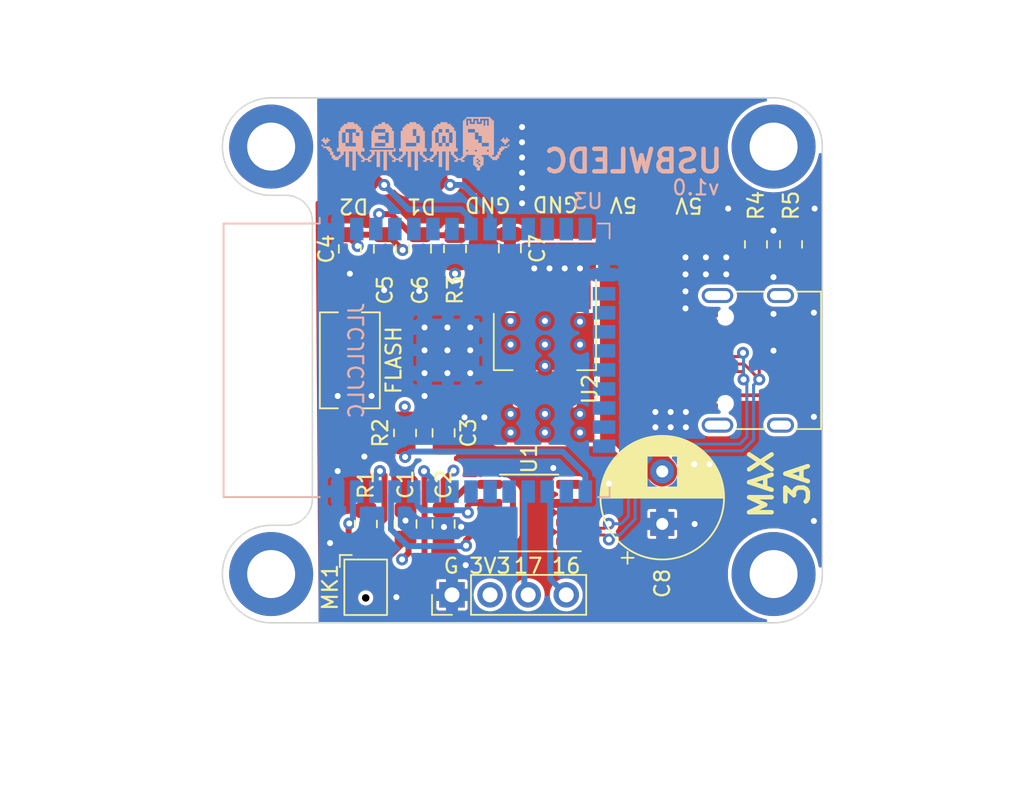
<source format=kicad_pcb>
(kicad_pcb (version 20221018) (generator pcbnew)
  (layers (0 "F.Cu" signal) (1 "In1.Cu" signal) (2 "In2.Cu" signal) (31 "B.Cu" signal) (34 "B.Paste" user) (35 "F.Paste" user) (36 "B.SilkS" user "B.Silkscreen") (37 "F.SilkS" user "F.Silkscreen") (38 "B.Mask" user) (39 "F.Mask" user) (44 "Edge.Cuts" user))
  (net 0 "")
  (net 1 "+5V")
  (net 2 "GND")
  (net 3 "RELAY")
  (net 4 "RX")
  (net 5 "TX")
  (net 6 "FLASH")
  (net 7 "STRIP_DATA_2")
  (net 8 "STRIP_DATA_1")
  (net 9 "I2S_WS")
  (net 10 "I2S_SCK")
  (net 11 "I2S_SD")
  (net 12 "IO16")
  (net 13 "IO17")
  (net 14 "+3V3")
  (net 15 "Net-(J10-CC1)")
  (net 16 "D+")
  (net 17 "D-")
  (net 19 "Net-(J10-CC2)")
  (net 22 "Net-(U3-EN)")
  (footprint "Resistor_SMD:R_0805_2012Metric" (layer "F.Cu") (at 35.5092 30.0736 90)
    (fp_text reference "R3")
    (fp_text value "10k")
  )
  (footprint "MountingHole:MountingHole_3.2mm_M3_DIN965_Pad_TopBottom" (layer "F.Cu") (at 23.25 51.75)
    (fp_text reference "H4" hide)
    (fp_text value "MountingHole")
  )
  (footprint "Capacitor_SMD:C_0805_2012Metric" (layer "F.Cu") (at 32.2072 48.4124 90)
    (fp_text reference "C1")
    (fp_text value "100nF")
  )
  (footprint "Capacitor_SMD:C_0805_2012Metric" (layer "F.Cu") (at 34.7472 48.4124 90)
    (fp_text reference "C2")
    (fp_text value "100nF")
  )
  (footprint "Sensor_Audio:InvenSense_ICS-43434-6_3.5x2.65mm" (layer "F.Cu") (at 29.554 52.63)
    (fp_text reference "MK1")
    (fp_text value "ICS-43434")
  )
  (footprint "Capacitor_SMD:C_0805_2012Metric" (layer "F.Cu") (at 30.8356 30.0736 -90)
    (fp_text reference "C5")
    (fp_text value "10uF")
  )
  (footprint "Connector_USB:USB_C_Receptacle_G-Switch_GT-USB-7010ASV" (layer "F.Cu") (at 56.134 37.5 90)
    (fp_text reference "J10" hide)
    (fp_text value "USB_C_Receptacle_USB2.0")
  )
  (footprint "Capacitor_SMD:C_0805_2012Metric" (layer "F.Cu") (at 34.7472 42.3399 -90)
    (fp_text reference "C3")
    (fp_text value "22uF")
  )
  (footprint "MountingHole:MountingHole_3.2mm_M3_DIN965_Pad_TopBottom" (layer "F.Cu") (at 56.75 23.25)
    (fp_text reference "H2" hide)
    (fp_text value "MountingHole")
  )
  (footprint "ProjectLibrary:SolderWirePad_1x01_SMD_3x6mm" (layer "F.Cu") (at 51.1652 23.368)
    (fp_text reference "J1" hide)
    (fp_text value "5V PAD")
  )
  (footprint "Capacitor_SMD:C_0805_2012Metric" (layer "F.Cu") (at 33.1724 30.0736 -90)
    (fp_text reference "C6")
    (fp_text value "1uF")
  )
  (footprint "ProjectLibrary:SolderWirePad_1x01_SMD_3x6mm" (layer "F.Cu") (at 28.7652 23.368)
    (fp_text reference "J5" hide)
    (fp_text value "D2 PAD")
  )
  (footprint "ProjectLibrary:SolderWirePad_1x01_SMD_3x6mm" (layer "F.Cu") (at 37.7252 23.368)
    (fp_text reference "J6" hide)
    (fp_text value "GND PAD")
  )
  (footprint "Connector_PinHeader_2.54mm:PinHeader_1x04_P2.54mm_Vertical" (layer "F.Cu") (at 35.306 53.1368 90)
    (fp_text reference "J7" hide)
    (fp_text value "Conn_01x04_Pin")
  )
  (footprint "Package_SO:SOP-8_3.9x4.9mm_P1.27mm" (layer "F.Cu") (at 40.4534 47.6758 180)
    (fp_text reference "U1")
    (fp_text value "CH340N")
  )
  (footprint "Resistor_SMD:R_0805_2012Metric" (layer "F.Cu") (at 55.5752 29.7688 90)
    (fp_text reference "R4")
    (fp_text value "5.1k")
  )
  (footprint "Resistor_SMD:R_0805_2012Metric" (layer "F.Cu") (at 32.1772 42.3399 -90)
    (fp_text reference "R2")
    (fp_text value "10k")
  )
  (footprint "Capacitor_SMD:C_0805_2012Metric" (layer "F.Cu") (at 39.1668 30.0482 90)
    (fp_text reference "C7")
    (fp_text value "22uF")
  )
  (footprint "Package_TO_SOT_SMD:SOT-223-3_TabPin2" (layer "F.Cu") (at 41.5036 36.2458 -90)
    (fp_text reference "U2")
    (fp_text value "AMS1117-3.3")
  )
  (footprint "MountingHole:MountingHole_3.2mm_M3_DIN965_Pad_TopBottom" (layer "F.Cu") (at 23.25 23.25)
    (fp_text reference "H1" hide)
    (fp_text value "MountingHole")
  )
  (footprint "ProjectLibrary:SolderWirePad_1x01_SMD_3x6mm" (layer "F.Cu") (at 33.2452 23.368)
    (fp_text reference "J2" hide)
    (fp_text value "D1 PAD")
  )
  (footprint "MountingHole:MountingHole_3.2mm_M3_DIN965_Pad_TopBottom" (layer "F.Cu") (at 56.75 51.75)
    (fp_text reference "H3" hide)
    (fp_text value "MountingHole")
  )
  (footprint "Capacitor_THT:CP_Radial_D8.0mm_P3.50mm" (layer "F.Cu") (at 49.3268 48.4072 90)
    (fp_text reference "C8")
    (fp_text value "330uF")
  )
  (footprint "Resistor_SMD:R_0805_2012Metric" (layer "F.Cu") (at 57.912 29.7688 90)
    (fp_text reference "R5")
    (fp_text value "5.1k")
  )
  (footprint "Button_Switch_SMD:SW_Tactile_SPST_NO_Straight_CK_PTS636Sx25SMTRLFS" (layer "F.Cu") (at 28.4988 37.5 -90)
    (fp_text reference "SW1" hide)
    (fp_text value "FLASH_SW")
  )
  (footprint "Resistor_SMD:R_0805_2012Metric" (layer "F.Cu") (at 29.5656 48.4124 -90)
    (fp_text reference "R1")
    (fp_text value "100k")
  )
  (footprint "ProjectLibrary:SolderWirePad_1x01_SMD_3x6mm" (layer "F.Cu") (at 46.6852 23.368)
    (fp_text reference "J4" hide)
    (fp_text value "5V PAD")
  )
  (footprint "Capacitor_SMD:C_0805_2012Metric" (layer "F.Cu") (at 28.4988 30.0736 90)
    (fp_text reference "C4")
    (fp_text value "100nF")
  )
  (footprint "ProjectLibrary:SolderWirePad_1x01_SMD_3x6mm" (layer "F.Cu") (at 42.2052 23.368)
    (fp_text reference "J3" hide)
    (fp_text value "GND PAD")
  )
  (footprint "RF_Module:ESP32-WROOM-32" (layer "B.Cu") (at 35.936 37.5 -90)
    (fp_text reference "U3")
    (fp_text value "ESP32-WROOM-32")
  )
  (footprint "LOGO" (layer "B.Cu") (at 32.8676 23.0632 180)
    (fp_text reference "G***" hide)
    (fp_text value "LOGO" hide)
  )
  (gr_arc (start 56.75 20) (mid 59.048097 20.951903) (end 60 23.25) (stroke (width 0.1)) (layer "Edge.Cuts"))
  (gr_line (start 60 51.75) (end 60 23.25) (stroke (width 0.1)) (layer "Edge.Cuts"))
  (gr_line (start 56.75 20) (end 23.25 20) (stroke (width 0.1)) (layer "Edge.Cuts"))
  (gr_line (start 23.25 55) (end 56.75 55) (stroke (width 0.1)) (layer "Edge.Cuts"))
  (gr_arc (start 23.25 55) (mid 20 51.75) (end 23.25 48.5) (stroke (width 0.1)) (layer "Edge.Cuts"))
  (gr_arc (start 23.25 26.5) (mid 20 23.25) (end 23.25 20) (stroke (width 0.1)) (layer "Edge.Cuts"))
  (gr_line (start 26 28.25) (end 26 46.75) (stroke (width 0.1)) (layer "Edge.Cuts"))
  (gr_line (start 23.25 48.5) (end 24.25 48.5) (stroke (width 0.1)) (layer "Edge.Cuts"))
  (gr_line (start 24.25 26.5) (end 23.25 26.5) (stroke (width 0.1)) (layer "Edge.Cuts"))
  (gr_arc (start 26 46.75) (mid 25.487437 47.987437) (end 24.25 48.5) (stroke (width 0.1)) (layer "Edge.Cuts"))
  (gr_arc (start 24.25 26.5) (mid 25.487437 27.012563) (end 26 28.25) (stroke (width 0.1)) (layer "Edge.Cuts"))
  (gr_arc (start 60 51.75) (mid 59.048097 54.048097) (end 56.75 55) (stroke (width 0.1)) (layer "Edge.Cuts"))
  (gr_text "v1.0" (at 53.2384 26.5684) (layer "B.SilkS") (effects (font (size 1 1)) (justify left bottom mirror)))
  (gr_text "USBWLEDC" (at 53.4924 25.0952) (layer "B.SilkS") (effects (font (size 1.5 1.5) (thickness 0.3) bold) (justify left bottom mirror)))
  (gr_text "JLCJLCJLC" (at 29.5148 33.555356 90) (layer "B.SilkS") (effects (font (size 1 1)) (justify left bottom mirror)))
  (gr_text "MAX\n3A" (at 59.2328 45.7708 90) (layer "F.SilkS") (effects (font (size 1.5 1.5) (thickness 0.3) bold) (justify bottom)))
  (gr_text "16" (at 42.926 51.2064) (layer "F.SilkS") (effects (font (size 1 1))))
  (gr_text "17" (at 40.386 51.2064) (layer "F.SilkS") (effects (font (size 1 1))))
  (gr_text "G" (at 35.2552 51.2064) (layer "F.SilkS") (effects (font (size 1 1))))
  (gr_text "5V" (at 51.1048 27.178 180) (layer "F.SilkS") (effects (font (size 1 1))))
  (gr_text "GND" (at 42.2148 27.0764 180) (layer "F.SilkS") (effects (font (size 1 1))))
  (gr_text "3V3" (at 37.846 51.2064) (layer "F.SilkS") (effects (font (size 1 1))))
  (gr_text "D2" (at 28.7528 27.2288 180) (layer "F.SilkS") (effects (font (size 1 1))))
  (gr_text "FLASH" (at 32.004 39.849405 90) (layer "F.SilkS") (effects (font (size 1 1)) (justify left bottom)))
  (gr_text "GND" (at 37.6936 27.1272 180) (layer "F.SilkS") (effects (font (size 1 1))))
  (gr_text "5V" (at 46.736 27.1272 180) (layer "F.SilkS") (effects (font (size 1 1))))
  (gr_text "D1" (at 33.274 27.2288 180) (layer "F.SilkS") (effects (font (size 1 1))))
  (segment (start 47.752 24.9428) (end 50.1904 24.9428) (width 0.4) (layer "F.Cu") (net 1))
  (segment (start 52.409 39.9) (end 50.419 39.9) (width 0.6) (layer "F.Cu") (net 1))
  (segment (start 50.3428 27.0764) (end 50.3428 25.4) (width 0.4) (layer "F.Cu") (net 1))
  (segment (start 49.3268 44.9072) (end 46.6598 42.2402) (width 2) (layer "F.Cu") (net 1))
  (segment (start 45.7708 27.0256) (end 45.7708 25.1968) (width 0.4) (layer "F.Cu") (net 1))
  (segment (start 39.406014 30.9982) (end 40.254414 30.1498) (width 1) (layer "F.Cu") (net 1))
  (segment (start 51.9684 27.1272) (end 51.9684 25.5524) (width 0.4) (layer "F.Cu") (net 1))
  (segment (start 47.752 21.8948) (end 50.1904 21.8948) (width 0.4) (layer "F.Cu") (net 1))
  (segment (start 52.409 35.1) (end 50.8 35.1) (width 0.6) (layer "F.Cu") (net 1))
  (segment (start 46.6598 42.2402) (end 46.6598 41.7322) (width 2) (layer "F.Cu") (net 1))
  (segment (start 39.2036 33.0958) (end 39.2036 31.035) (width 1) (layer "F.Cu") (net 1))
  (segment (start 46.72 24.7236) (end 48.4632 26.4668) (width 0.4) (layer "F.Cu") (net 1))
  (segment (start 51.2 24.746) (end 49.4792 26.4668) (width 0.4) (layer "F.Cu") (net 1))
  (segment (start 47.5488 26.9748) (end 47.5488 25.1968) (width 0.4) (layer "F.Cu") (net 1))
  (segment (start 40.254414 30.1498) (end 45.4152 30.1498) (width 1) (layer "F.Cu") (net 1))
  (segment (start 43.8036 33.0958) (end 43.8036 31.4058) (width 1) (layer "F.Cu") (net 2))
  (segment (start 43.434 27.5336) (end 43.434 25.0952) (width 0.4) (layer "F.Cu") (net 2))
  (segment (start 38.862 21.4884) (end 41.3004 21.4884) (width 0.4) (layer "F.Cu") (net 2))
  (segment (start 32.2072 48.1838) (end 32.2072 47.4624) (width 0.4) (layer "F.Cu") (net 2))
  (segment (start 36.5252 27.6352) (end 36.5252 25.1968) (width 0.4) (layer "F.Cu") (net 2))
  (segment (start 38.862 24.9936) (end 39.9796 24.9936) (width 0.4) (layer "F.Cu") (net 2))
  (segment (start 39.9796 24.9936) (end 41.3004 24.9936) (width 0.4) (layer "F.Cu") (net 2))
  (segment (start 52.409 34.3) (end 50.8 34.3) (width 0.6) (layer "F.Cu") (net 2))
  (segment (start 34.7472 48.6373) (end 34.7472 49.3624) (width 0.4) (layer "F.Cu") (net 2))
  (segment (start 52.409 40.7) (end 50.486 40.7) (width 0.6) (layer "F.Cu") (net 2))
  (segment (start 34.7726 48.6119) (end 34.7472 48.6373) (width 0.4) (layer "F.Cu") (net 2))
  (via (at 43.8404 31.369) (size 0.8) (drill 0.4) (layers "F.Cu" "B.Cu") (net 2))
  (via (at 59.436 48.2092) (size 0.8) (drill 0.4) (layers "F.Cu" "B.Cu") (net 2))
  (via (at 33.4772 35.306) (size 0.8) (drill 0.4) (layers "F.Cu" "B.Cu") (net 2))
  (via (at 39.9796 27.0256) (size 0.8) (drill 0.4) (layers "F.Cu" "B.Cu") (net 2))
  (via (at 30.7848 32.8168) (size 0.8) (drill 0.4) (layers "F.Cu" "B.Cu") (net 2))
  (via (at 39.9796 24.9936) (size 0.8) (drill 0.4) (layers "F.Cu" "B.Cu") (net 2))
  (via (at 51.4604 44.4246) (size 0.8) (drill 0.4) (layers "F.Cu" "B.Cu") (net 2))
  (via (at 53.594 30.6324) (size 0.8) (drill 0.4) (layers "F.Cu" "B.Cu") (net 2))
  (via (at 39.9796 22.9616) (size 0.8) (drill 0.4) (layers "F.Cu" "B.Cu") (net 2))
  (via (at 56.7436 28.8544) (size 0.8) (drill 0.4) (layers "F.Cu" "B.Cu") (net 2))
  (via (at 27.178 49.6824) (size 0.8) (drill 0.4) (layers "F.Cu" "B.Cu") (net 2))
  (via (at 50.8762 32.901466) (size 0.8) (drill 0.4) (layers "F.Cu" "B.Cu") (net 2))
  (via (at 59.4868 27.3812) (size 0.8) (drill 0.4) (layers "F.Cu" "B.Cu") (net 2))
  (via (at 40.7924 31.369) (size 0.8) (drill 0.4) (layers "F.Cu" "B.Cu") (net 2))
  (via (at 53.594 31.766933) (size 0.8) (drill 0.4) (layers "F.Cu" "B.Cu") (net 2))
  (via (at 31.5976 53.2892) (size 0.8) (drill 0.4) (layers "F.Cu" "B.Cu") (net 2))
  (via (at 50.8762 31.766933) (size 0.8) (drill 0.4) (layers "F.Cu" "B.Cu") (net 2))
  (via (at 52.4764 44.4246) (size 0.8) (drill 0.4) (layers "F.Cu" "B.Cu") (net 2))
  (via (at 39.9796 26.0096) (size 0.8) (drill 0.4) (layers "F.Cu" "B.Cu") (net 2))
  (via (at 36.1442 41.3004) (size 0.8) (drill 0.4) (layers "F.Cu" "B.Cu") (net 2))
  (via (at 36.5252 35.306) (size 0.8) (drill 0.4) (layers "F.Cu" "B.Cu") (net 2))
  (via (at 36.2204 51.1556) (size 0.8) (drill 0.4) (layers "F.Cu" "B.Cu") (net 2))
  (via (at 50.8762 34.036) (size 0.8) (drill 0.4) (layers "F.Cu" "B.Cu") (net 2))
  (via (at 33.1216 32.8676) (size 0.8) (drill 0.4) (layers "F.Cu" "B.Cu") (net 2))
  (via (at 59.436 34.323866) (size 0.8) (drill 0.4) (layers "F.Cu" "B.Cu") (net 2))
  (via (at 42.8244 31.369) (size 0.8) (drill 0.4) (layers "F.Cu" "B.Cu") (net 2))
  (via (at 52.2351 30.6324) (size 0.8) (drill 0.4) (layers "F.Cu" "B.Cu") (net 2))
  (via (at 49.8856 41.9608) (size 0.8) (drill 0.4) (layers "F.Cu" "B.Cu") (net 2))
  (via (at 29.9466 39.878) (size 0.8) (drill 0.4) (layers "F.Cu" "B.Cu") (net 2))
  (via (at 36.5252 38.354) (size 0.8) (drill 0.4) (layers "F.Cu" "B.Cu") (net 2))
  (via (at 50.9016 41.9608) (size 0.8) (drill 0.4) (layers "F.Cu" "B.Cu") (net 2))
  (via (at 35.919169 48.599505) (size 0.8) (drill 0.4) (layers "F.Cu" "B.Cu") (net 2))
  (via (at 35.0012 36.83) (size 0.8) (drill 0.4) (layers "F.Cu" "B.Cu") (net 2))
  (via (at 45.7708 45.72) (size 0.8) (drill 0.4) (layers "F.Cu" "B.Cu") (net 2))
  (via (at 37.465 41.3004) (size 0.8) (drill 0.4) (layers "F.Cu" "B.Cu") (net 2))
  (via (at 51.4858 48.4124) (size 0.8) (drill 0.4) (layers "F.Cu" "B.Cu") (net 2))
  (via (at 29.464 43.9166) (size 0.8) (drill 0.4) (layers "F.Cu" "B.Cu") (net 2))
  (via (at 52.2351 31.766933) (size 0.8) (drill 0.4) (layers "F.Cu" "B.Cu") (net 2))
  (via (at 56.7436 34.4043) (size 0.8) (drill 0.4) (layers "F.Cu" "B.Cu") (net 2))
  (via (at 33.4772 39.878) (size 0.8) (drill 0.4) (layers "F.Cu" "B.Cu") (net 2))
  (via (at 27.686 44.8818) (size 0.8) (drill 0.4) (layers "F.Cu" "B.Cu") (net 2))
  (via (at 56.7436 31.9532) (size 0.8) (drill 0.4) (layers "F.Cu" "B.Cu") (net 2))
  (via (at 36.5252 36.83) (size 0.8) (drill 0.4) (layers "F.Cu" "B.Cu") (net 2))
  (via (at 50.9016 40.9448) (size 0.8) (drill 0.4) (layers "F.Cu" "B.Cu") (net 2))
  (via (at 35.0012 35.306) (size 0.8) (drill 0.4) (layers "F.Cu" "B.Cu") (net 2))
  (via (at 33.4772 38.354) (size 0.8) (drill 0.4) (layers "F.Cu" "B.Cu") (net 2))
  (via (at 49.8856 40.9448) (size 0.8) (drill 0.4) (layers "F.Cu" "B.Cu") (net 2))
  (via (at 28.4988 31.7246) (size 0.8) (drill 0.4) (layers "F.Cu" "B.Cu") (net 2))
  (via (at 35.0012 38.354) (size 0.8) (drill 0.4) (layers "F.Cu" "B.Cu") (net 2))
  (via (at 33.4772 36.83) (size 0.8) (drill 0.4) (layers "F.Cu" "B.Cu") (net 2))
  (via (at 48.8696 41.9608) (size 0.8) (drill 0.4) (layers "F.Cu" "B.Cu") (net 2))
  (via (at 39.9796 23.9776) (size 0.8) (drill 0.4) (layers "F.Cu" "B.Cu") (net 2))
  (via (at 41.8084 31.369) (size 0.8) (drill 0.4) (layers "F.Cu" "B.Cu") (net 2))
  (via (at 53.721 27.3812) (size 0.8) (drill 0.4) (layers "F.Cu" "B.Cu") (net 2))
  (via (at 42.0624 44.6786) (size 0.8) (drill 0.4) (layers "F.Cu" "B.Cu") (net 2))
  (via (at 27.686 39.878) (size 0.8) (drill 0.4) (layers "F.Cu" "B.Cu") (net 2))
  (via (at 39.9796 21.9456) (size 0.8) (drill 0.4) (layers "F.Cu" "B.Cu") (net 2))
  (via (at 32.2072 48.1838) (size 0.8) (drill 0.4) (layers "F.Cu" "B.Cu") (net 2))
  (via (at 59.436 41.266532) (size 0.8) (drill 0.4) (layers "F.Cu" "B.Cu") (net 2))
  (via (at 50.8762 30.6324) (size 0.8) (drill 0.4) (layers "F.Cu" "B.Cu") (net 2))
  (via (at 56.7436 36.8554) (size 0.8) (drill 0.4) (layers "F.Cu" "B.Cu") (net 2))
  (via (at 48.8696 40.9448) (size 0.8) (drill 0.4) (layers "F.Cu" "B.Cu") (net 2))
  (via (at 34.7726 48.6119) (size 0.8) (drill 0.4) (layers "F.Cu" "B.Cu") (net 2))
  (segment (start 36.5252 38.354) (end 36.3728 38.5064) (width 1) (layer "B.Cu") (net 2))
  (segment (start 36.3728 38.5064) (end 36.3728 39.5732) (width 1) (layer "B.Cu") (net 2))
  (segment (start 36.5252 38.354) (end 37.2872 38.354) (width 1) (layer "B.Cu") (net 2))
  (segment (start 32.6136 38.354) (end 33.4772 38.354) (width 1) (layer "B.Cu") (net 2))
  (segment (start 33.501 34.4662) (end 33.4772 34.4424) (width 1) (layer "B.Cu") (net 2))
  (segment (start 36.322 35.066) (end 36.322 34.3916) (width 1) (layer "B.Cu") (net 2))
  (segment (start 36.6776 35.4584) (end 37.3888 35.4584) (width 1) (layer "B.Cu") (net 2))
  (segment (start 33.4772 38.3794) (end 33.4772 39.4462) (width 1) (layer "B.Cu") (net 2))
  (segment (start 33.4772 35.306) (end 32.512 35.306) (width 1) (layer "B.Cu") (net 2))
  (segment (start 33.501 35.295) (end 33.501 34.4662) (width 1) (layer "B.Cu") (net 2))
  (segment (start 36.5506 47.0154) (end 37.8626 47.0154) (width 0.4) (layer "F.Cu") (net 4))
  (segment (start 36.365205 47.649502) (end 36.365205 47.200795) (width 0.4) (layer "F.Cu") (net 4))
  (segment (start 36.365205 47.200795) (end 36.5506 47.0154) (width 0.4) (layer "F.Cu") (net 4))
  (via (at 36.365205 47.649502) (size 0.8) (drill 0.4) (layers "F.Cu" "B.Cu") (net 4))
  (segment (start 36.365205 47.649502) (end 36.213703 47.498) (width 0.4) (layer "B.Cu") (net 4))
  (segment (start 36.213703 47.498) (end 33.3248 47.498) (width 0.4) (layer "B.Cu") (net 4))
  (segment (start 33.02 47.1932) (end 33.02 46.25) (width 0.4) (layer "B.Cu") (net 4))
  (segment (start 33.3248 47.498) (end 33.02 47.1932) (width 0.4) (layer "B.Cu") (net 4))
  (segment (start 36.244375 49.854764) (end 36.244375 49.491297) (width 0.4) (layer "F.Cu") (net 5))
  (segment (start 36.244375 49.491297) (end 37.450272 48.2854) (width 0.4) (layer "F.Cu") (net 5))
  (via (at 36.244375 49.854764) (size 0.8) (drill 0.4) (layers "F.Cu" "B.Cu") (net 5))
  (segment (start 36.244375 49.854764) (end 36.213539 49.8856) (width 0.4) (layer "B.Cu") (net 5))
  (segment (start 32.3596 49.8856) (end 31.242 48.768) (width 0.4) (layer "B.Cu") (net 5))
  (segment (start 31.242 46.504) (end 31.496 46.25) (width 0.4) (layer "B.Cu") (net 5))
  (segment (start 36.213539 49.8856) (end 32.3596 49.8856) (width 0.4) (layer "B.Cu") (net 5))
  (segment (start 31.242 48.768) (end 31.242 46.504) (width 0.4) (layer "B.Cu") (net 5))
  (segment (start 32.1818 43.942) (end 32.1818 43.257) (width 0.4) (layer "F.Cu") (net 6))
  (segment (start 30.5778 43.2524) (end 32.1772 43.2524) (width 0.4) (layer "F.Cu") (net 6))
  (segment (start 28.7004 41.375) (end 30.5778 43.2524) (width 0.4) (layer "F.Cu") (net 6))
  (via (at 32.1818 43.942) (size 0.8) (drill 0.4) (layers "F.Cu" "B.Cu") (net 6))
  (segment (start 44.196 45.1) (end 44.196 46.25) (width 0.4) (layer "B.Cu") (net 6))
  (segment (start 32.1818 43.942) (end 32.5374 43.5864) (width 0.4) (layer "B.Cu") (net 6))
  (segment (start 42.6824 43.5864) (end 44.196 45.1) (width 0.4) (layer "B.Cu") (net 6))
  (segment (start 32.5374 43.5864) (end 42.6824 43.5864) (width 0.4) (layer "B.Cu") (net 6))
  (segment (start 30.7848 25.8064) (end 28.7652 23.7868) (width 0.4) (layer "F.Cu") (net 7))
  (via (at 30.7848 25.8064) (size 0.8) (drill 0.4) (layers "F.Cu" "B.Cu") (net 7))
  (segment (start 35.9156 27.432) (end 36.576 28.0924) (width 0.4) (layer "B.Cu") (net 7))
  (segment (start 32.4104 27.432) (end 35.9156 27.432) (width 0.4) (layer "B.Cu") (net 7))
  (segment (start 30.7848 25.8064) (end 32.4104 27.432) (width 0.4) (layer "B.Cu") (net 7))
  (segment (start 36.576 28.0924) (end 36.576 28.75) (width 0.4) (layer "B.Cu") (net 7))
  (segment (start 35.179 25.8064) (end 33.2452 23.8726) (width 0.4) (layer "F.Cu") (net 8))
  (via (at 35.179 25.8064) (size 0.8) (drill 0.4) (layers "F.Cu" "B.Cu") (net 8))
  (segment (start 36.0524 25.8064) (end 37.846 27.6) (width 0.4) (layer "B.Cu") (net 8))
  (segment (start 35.179 25.8064) (end 36.0524 25.8064) (width 0.4) (layer "B.Cu") (net 8))
  (segment (start 37.846 27.6) (end 37.846 28.75) (width 0.4) (layer "B.Cu") (net 8))
  (segment (start 28.4156 51.0276) (end 28.654 51.266) (width 0.4) (layer "F.Cu") (net 9))
  (segment (start 28.4156 48.418075) (end 28.4156 51.0276) (width 0.4) (layer "F.Cu") (net 9))
  (segment (start 28.457781 48.375894) (end 28.4156 48.418075) (width 0.4) (layer "F.Cu") (net 9))
  (via (at 28.457781 48.375894) (size 0.8) (drill 0.4) (layers "F.Cu" "B.Cu") (net 9))
  (segment (start 28.956 46.25) (end 28.702 46.504) (width 0.4) (layer "B.Cu") (net 9))
  (segment (start 28.702 46.504) (end 28.702 48.131675) (width 0.4) (layer "B.Cu") (net 9))
  (segment (start 28.702 48.131675) (end 28.457781 48.375894) (width 0.4) (layer "B.Cu") (net 9))
  (segment (start 31.867282 52.088) (end 30.454 52.088) (width 0.4) (layer "F.Cu") (net 10))
  (segment (start 33.440567 44.890556) (end 33.4772 44.927189) (width 0.4) (layer "F.Cu") (net 10))
  (segment (start 33.4772 44.927189) (end 33.4772 50.478082) (width 0.4) (layer "F.Cu") (net 10))
  (segment (start 33.4772 50.478082) (end 31.867282 52.088) (width 0.4) (layer "F.Cu") (net 10))
  (via (at 33.440567 44.890556) (size 0.8) (drill 0.4) (layers "F.Cu" "B.Cu") (net 10))
  (segment (start 34.036 45.485989) (end 34.036 46.25) (width 0.4) (layer "B.Cu") (net 10))
  (segment (start 33.440567 44.890556) (end 34.036 45.485989) (width 0.4) (layer "B.Cu") (net 10))
  (segment (start 30.0482 50.4698) (end 30.0482 49.4792) (width 0.4) (layer "F.Cu") (net 11))
  (segment (start 29.554 51.266) (end 29.554 50.964) (width 0.4) (layer "F.Cu") (net 11))
  (segment (start 30.8102 45.1866) (end 30.8102 48.0822) (width 0.4) (layer "F.Cu") (net 11))
  (segment (start 30.8102 48.0822) (end 29.5675 49.3249) (width 0.4) (layer "F.Cu") (net 11))
  (segment (start 30.5054 44.8818) (end 30.8102 45.1866) (width 0.4) (layer "F.Cu") (net 11))
  (segment (start 29.554 50.964) (end 30.0482 50.4698) (width 0.4) (layer "F.Cu") (net 11))
  (via (at 30.5054 44.8818) (size 0.8) (drill 0.4) (layers "F.Cu" "B.Cu") (net 11))
  (segment (start 30.226 45.1612) (end 30.226 46.25) (width 0.4) (layer "B.Cu") (net 11))
  (segment (start 30.5054 44.8818) (end 30.226 45.1612) (width 0.4) (layer "B.Cu") (net 11))
  (segment (start 41.8592 52.07) (end 42.926 53.1368) (width 0.4) (layer "B.Cu") (net 12))
  (segment (start 41.8592 46.4532) (end 41.8592 52.07) (width 0.4) (layer "B.Cu") (net 12))
  (segment (start 40.132 46.504) (end 40.132 52.8828) (width 0.4) (layer "B.Cu") (net 13))
  (segment (start 40.386 46.25) (end 40.132 46.504) (width 0.4) (layer "B.Cu") (net 13))
  (segment (start 35.9918 39.497) (end 36.4998 39.497) (width 0.2) (layer "F.Cu") (net 14))
  (segment (start 39.37 46.2788) (end 39.37 49.0728) (width 0.4) (layer "F.Cu") (net 14))
  (segment (start 35.9918 40.513) (end 35.9918 39.497) (width 0.2) (layer "F.Cu") (net 14))
  (segment (start 32.4104 50.343506) (end 32.4104 49.5656) (width 0.4) (layer "F.Cu") (net 14))
  (segment (start 38.8366 45.7454) (end 39.37 46.2788) (width 0.4) (layer "F.Cu") (net 14))
  (segment (start 35.4838 40.513) (end 35.9918 40.513) (width 0.2) (layer "F.Cu") (net 14))
  (segment (start 35.4076 44.850498) (end 34.7472 45.510898) (width 0.4) (layer "F.Cu") (net 14))
  (segment (start 39.37 49.0728) (end 38.8874 49.5554) (width 0.4) (layer "F.Cu") (net 14))
  (segment (start 32.1772 41.4274) (end 32.1772 40.61) (width 0.4) (layer "F.Cu") (net 14))
  (segment (start 29.019464 29.875259) (end 28.4988 29.354595) (width 0.4) (layer "F.Cu") (net 14))
  (segment (start 35.5092 31.7246) (end 35.5092 30.9861) (width 0.4) (layer "F.Cu") (net 14))
  (segment (start 34.7472 45.510898) (end 34.7472 47.4624) (width 0.4) (layer "F.Cu") (net 14))
  (segment (start 36.4642 45.7454) (end 37.8626 45.7454) (width 0.4) (layer "F.Cu") (net 14))
  (segment (start 36.4998 39.497) (end 36.4998 40.513) (width 0.2) (layer "F.Cu") (net 14))
  (segment (start 35.4838 39.497) (end 35.4838 40.513) (width 0.2) (layer "F.Cu") (net 14))
  (segment (start 32.017617 30.145541) (end 30.995676 29.1236) (width 0.4) (layer "F.Cu") (net 14))
  (segment (start 37.5158 40.513) (end 38.3286 40.513) (width 0.2) (layer "F.Cu") (net 14))
  (segment (start 30.8356 29.1236) (end 28.4988 29.1236) (width 0.4) (layer "F.Cu") (net 14))
  (segment (start 37.5158 39.497) (end 37.5158 40.513) (width 0.2) (layer "F.Cu") (net 14))
  (segment (start 34.7472 39.497) (end 35.4838 39.497) (width 0.2) (layer "F.Cu") (net 14))
  (segment (start 34.7472 47.4624) (end 36.4642 45.7454) (width 0.4) (layer "F.Cu") (net 14))
  (segment (start 32.2072 49.5128) (end 30.454 51.266) (width 0.4) (layer "F.Cu") (net 14))
  (segment (start 37.8626 45.7454) (end 38.8366 45.7454) (width 0.4) (layer "F.Cu") (net 14))
  (segment (start 32.1772 40.61) (end 32.1564 40.5892) (width 0.4) (layer "F.Cu") (net 14))
  (segment (start 36.4998 40.513) (end 37.0078 40.513) (width 0.2) (layer "F.Cu") (net 14))
  (segment (start 34.7472 41.3899) (end 34.7472 39.497) (width 0.2) (layer "F.Cu") (net 14))
  (segment (start 37.0078 40.513) (end 37.0078 39.497) (width 0.2) (layer "F.Cu") (net 14))
  (segment (start 37.0078 39.497) (end 37.5158 39.497) (width 0.2) (layer "F.Cu") (net 14))
  (segment (start 31.978953 50.774953) (end 32.4104 50.343506) (width 0.4) (layer "F.Cu") (net 14))
  (segment (start 38.8874 49.5554) (end 37.8626 49.5554) (width 0.4) (layer "F.Cu") (net 14))
  (via (at 35.5092 31.7246) (size 0.8) (drill 0.4) (layers "F.Cu" "B.Cu") (net 14))
  (via (at 39.2176 42.3164) (size 0.8) (drill 0.4) (layers "F.Cu" "B.Cu") (net 14))
  (via (at 43.8404 36.449) (size 0.8) (drill 0.4) (layers "F.Cu" "B.Cu") (net 14))
  (via (at 39.2176 34.8742) (size 0.8) (drill 0.4) (layers "F.Cu" "B.Cu") (net 14))
  (via (at 29.019464 29.875259) (size 0.8) (drill 0.4) (layers "F.Cu" "B.Cu") (net 14))
  (via (at 31.978953 50.774953) (size 0.8) (drill 0.4) (layers "F.Cu" "B.Cu") (net 14))
  (via (at 43.8404 42.3164) (size 0.8) (drill 0.4) (layers "F.Cu" "B.Cu") (net 14))
  (via (at 41.5036 37.8714) (size 0.8) (drill 0.4) (layers "F.Cu" "B.Cu") (net 14))
  (via (at 39.2176 41.0718) (size 0.8) (drill 0.4) (layers "F.Cu" "B.Cu") (net 14))
  (via (at 43.8404 34.925) (size 0.8) (drill 0.4) (layers "F.Cu" "B.Cu") (net 14))
  (via (at 43.8404 41.0718) (size 0.8) (drill 0.4) (layers "F.Cu" "B.Cu") (net 14))
  (via (at 35.4076 44.850498) (size 0.8) (drill 0.4) (layers "F.Cu" "B.Cu") (net 14))
  (via (at 41.5036 34.8742) (size 0.8) (drill 0.4) (layers "F.Cu" "B.Cu") (net 14))
  (via (at 41.5036 36.449) (size 0.8) (drill 0.4) (layers "F.Cu" "B.Cu") (net 14))
  (via (at 32.1564 40.5892) (size 0.8) (drill 0.4) (layers "F.Cu" "B.Cu") (net 14))
  (via (at 41.5036 41.0718) (size 0.8) (drill 0.4) (layers "F.Cu" "B.Cu") (net 14))
  (via (at 41.5036 42.3164) (size 0.8) (drill 0.4) (layers "F.Cu" "B.Cu") (net 14))
  (via (at 32.017617 30.145541) (size 0.8) (drill 0.4) (layers "F.Cu" "B.Cu") (net 14))
  (via (at 39.2176 36.449) (size 0.8) (drill 0.4) (layers "F.Cu" "B.Cu") (net 14))
  (segment (start 29.019464 29.875259) (end 29.019464 28.813464) (width 0.4) (layer "B.Cu") (net 14))
  (segment (start 53.4312 38.75) (end 54.5084 39.8272) (width 0.25) (layer "F.Cu") (net 15))
  (segment (start 52.409 38.75) (end 53.4312 38.75) (width 0.2) (layer "F.Cu") (net 15))
  (segment (start 54.5084 39.8272) (end 55.836775 39.8272) (width 0.25) (layer "F.Cu") (net 15))
  (segment (start 55.836775 39.8272) (end 58.5216 37.142375) (width 0.25) (layer "F.Cu") (net 15))
  (segment (start 58.5216 37.142375) (end 58.5216 31.2909) (width 0.25) (layer "F.Cu") (net 15))
  (segment (start 58.5216 31.2909) (end 57.912 30.6813) (width 0.25) (layer "F.Cu") (net 15))
  (segment (start 55.7954 38.772559) (end 55.4954 38.472559) (width 0.2) (layer "F.Cu") (net 16))
  (segment (start 53.2676 36.75) (end 53.7972 36.2204) (width 0.2) (layer "F.Cu") (net 16))
  (segment (start 45.470801 49.145401) (end 43.522599 49.145401) (width 0.2) (layer "F.Cu") (net 16))
  (segment (start 53.7972 36.2204) (end 55.372 36.2204) (width 0.2) (layer "F.Cu") (net 16))
  (segment (start 55.4954 38.472559) (end 55.4954 38.461898) (width 0.2) (layer "F.Cu") (net 16))
  (segment (start 43.522599 49.145401) (end 43.1126 49.5554) (width 0.2) (layer "F.Cu") (net 16))
  (segment (start 55.372 36.2204) (end 55.7954 36.6438) (width 0.2) (layer "F.Cu") (net 16))
  (segment (start 54.783502 37.75) (end 52.409 37.75) (width 0.2) (layer "F.Cu") (net 16))
  (segment (start 55.7954 36.6438) (end 55.7954 38.772559) (width 0.2) (layer "F.Cu") (net 16))
  (segment (start 52.409 36.75) (end 53.2676 36.75) (width 0.2) (layer "F.Cu") (net 16))
  (segment (start 55.4954 38.461898) (end 54.783502 37.75) (width 0.2) (layer "F.Cu") (net 16))
  (segment (start 45.7708 49.4454) (end 45.470801 49.145401) (width 0.2) (layer "F.Cu") (net 16))
  (via (at 45.7708 49.4454) (size 0.8) (drill 0.4) (layers "F.Cu" "B.Cu") (net 16))
  (via (at 55.7954 38.772559) (size 0.8) (drill 0.4) (layers "F.Cu" "B.Cu") (net 16))
  (segment (start 47.5198 44.1742) (end 48.1584 43.5356) (width 0.2) (layer "B.Cu") (net 16))
  (segment (start 55.4156 42.7942) (end 55.4156 39.152359) (width 0.2) (layer "B.Cu") (net 16))
  (segment (start 54.6742 43.5356) (end 55.4156 42.7942) (width 0.2) (layer "B.Cu") (net 16))
  (segment (start 46.0708 49.1454) (end 46.480694 49.1454) (width 0.2) (layer "B.Cu") (net 16))
  (segment (start 45.7708 49.4454) (end 46.0708 49.1454) (width 0.2) (layer "B.Cu") (net 16))
  (segment (start 46.920033 48.706061) (end 46.920033 48.6954) (width 0.2) (layer "B.Cu") (net 16))
  (segment (start 46.920033 48.6954) (end 47.5198 48.095633) (width 0.2) (layer "B.Cu") (net 16))
  (segment (start 47.5198 48.095633) (end 47.5198 44.1742) (width 0.2) (layer "B.Cu") (net 16))
  (segment (start 55.4156 39.152359) (end 55.7954 38.772559) (width 0.2) (layer "B.Cu") (net 16))
  (segment (start 46.480694 49.1454) (end 46.920033 48.706061) (width 0.2) (layer "B.Cu") (net 16))
  (segment (start 48.1584 43.5356) (end 54.6742 43.5356) (width 0.2) (layer "B.Cu") (net 16))
  (segment (start 54.7116 37.0005) (end 54.4621 37.25) (width 0.2) (layer "F.Cu") (net 17))
  (segment (start 54.0512 38.2524) (end 54.0488 38.25) (width 0.2) (layer "F.Cu") (net 17))
  (segment (start 54.0488 38.25) (end 52.409 38.25) (width 0.2) (layer "F.Cu") (net 17))
  (segment (start 45.465586 48.695399) (end 43.522599 48.695399) (width 0.2) (layer "F.Cu") (net 17))
  (segment (start 45.765072 48.395913) (end 45.465586 48.695399) (width 0.2) (layer "F.Cu") (net 17))
  (segment (start 54.4621 37.25) (end 52.409 37.25) (width 0.2) (layer "F.Cu") (net 17))
  (segment (start 54.638844 38.2524) (end 54.0512 38.2524) (width 0.2) (layer "F.Cu") (net 17))
  (segment (start 54.7454 38.358956) (end 54.638844 38.2524) (width 0.2) (layer "F.Cu") (net 17))
  (segment (start 43.522599 48.695399) (end 43.1126 48.2854) (width 0.2) (layer "F.Cu") (net 17))
  (segment (start 54.7454 38.772559) (end 54.7454 38.358956) (width 0.2) (layer "F.Cu") (net 17))
  (via (at 54.7454 38.772559) (size 0.8) (drill 0.4) (layers "F.Cu" "B.Cu") (net 17))
  (via (at 45.765072 48.395913) (size 0.8) (drill 0.4) (layers "F.Cu" "B.Cu") (net 17))
  (via (at 54.7116 37.0005) (size 0.8) (drill 0.4) (layers "F.Cu" "B.Cu") (net 17))
  (segment (start 47.972004 43.0856) (end 54.4878 43.0856) (width 0.2) (layer "B.Cu") (net 17))
  (segment (start 54.7454 38.772559) (end 54.7454 37.0343) (width 0.2) (layer "B.Cu") (net 17))
  (segment (start 47.0698 47.909236) (end 47.0698 43.987804) (width 0.2) (layer "B.Cu") (net 17))
  (segment (start 54.9656 42.6078) (end 54.9656 38.992759) (width 0.2) (layer "B.Cu") (net 17))
  (segment (start 54.4878 43.0856) (end 54.9656 42.6078) (width 0.2) (layer "B.Cu") (net 17))
  (segment (start 54.7454 37.0343) (end 54.7116 37.0005) (width 0.2) (layer "B.Cu") (net 17))
  (segment (start 47.0698 43.987804) (end 47.972004 43.0856) (width 0.2) (layer "B.Cu") (net 17))
  (segment (start 45.765072 48.395913) (end 46.583123 48.395913) (width 0.2) (layer "B.Cu") (net 17))
  (segment (start 54.9656 38.992759) (end 54.7454 38.772559) (width 0.2) (layer "B.Cu") (net 17))
  (segment (start 46.583123 48.395913) (end 47.0698 47.909236) (width 0.2) (layer "B.Cu") (net 17))
  (segment (start 54.7624 35.264) (end 54.356 35.6704) (width 0.4) (layer "F.Cu") (net 19))
  (segment (start 52.4575 35.7632) (end 54.356 35.7632) (width 0.2) (layer "F.Cu") (net 19))
  (segment (start 54.7624 31.6484) (end 54.7624 35.264) (width 0.4) (layer "F.Cu") (net 19))
  (segment (start 55.5752 30.8356) (end 54.7624 31.6484) (width 0.4) (layer "F.Cu") (net 19))
  (segment (start 35.5092 29.1611) (end 33.2099 29.1611) (width 0.4) (layer "F.Cu") (net 22))
  (segment (start 30.445526 27.752445) (end 31.257645 27.752445) (width 0.4) (layer "F.Cu") (net 22))
  (segment (start 32.6288 29.1236) (end 33.1724 29.1236) (width 0.4) (layer "F.Cu") (net 22))
  (segment (start 31.257645 27.752445) (end 32.6288 29.1236) (width 0.4) (layer "F.Cu") (net 22))
  (via (at 30.445526 27.752445) (size 0.8) (drill 0.4) (layers "F.Cu" "B.Cu") (net 22))
  (segment (start 30.445526 27.752445) (end 30.445526 28.530474) (width 0.4) (layer "B.Cu") (net 22))
  (zone (net 0) (net_name "") (layer "F.Cu") (connect_pads (clearance 0)) (min_thickness 0.25)
    (keepout (tracks allowed) (vias allowed) (pads allowed) (copperpour not_allowed) (footprints allowed))
    (fill (thermal_gap 0.2) (thermal_bridge_width 0.8))
    (polygon (pts (xy 28.956 51.816) (xy 28.956 52.3748) (xy 29.9212 52.3748) (xy 29.9212 51.816)))
  )
  (zone (net 14) (net_name "+3V3") (layer "F.Cu") (priority 99) (connect_pads (clearance 0.25)) (min_thickness 0.25) (fill yes (thermal_gap 0.25) (thermal_bridge_width 1))
    (polygon (pts (xy 38.2016 32.0802) (xy 38.2016 42.9768) (xy 44.8056 42.9768) (xy 44.7548 32.0802)))
  )
  (zone (net 0) (net_name "") (layer "F.Cu") (connect_pads (clearance 0)) (min_thickness 0.25)
    (keepout (tracks allowed) (vias allowed) (pads allowed) (copperpour not_allowed) (footprints allowed))
    (fill (thermal_gap 0.2) (thermal_bridge_width 0.8))
    (polygon (pts (xy 43.731543 19.7612) (xy 44.9072 19.7612) (xy 44.9072 26.5176) (xy 43.7388 26.5176) (xy 43.697071 20.967699) (xy 43.688 21.2852) (xy 35.9664 21.2852) (xy 35.9664 25.2476) (xy 35.0012 25.2476) (xy 35.0012 19.8628) (xy 35.9156 19.8628) (xy 35.9156 19.5072) (xy 43.7388 19.5072)))
  )
  (zone (net 0) (net_name "") (layer "F.Cu") (connect_pads (clearance 0)) (min_thickness 0.25)
    (keepout (tracks allowed) (vias allowed) (pads allowed) (copperpour not_allowed) (footprints allowed))
    (fill (thermal_gap 0.2) (thermal_bridge_width 0.8))
    (polygon (pts (xy 49.4284 21.6916) (xy 48.5648 21.6916) (xy 48.5648 21.1836) (xy 49.4284 21.1836)))
  )
  (zone (net 0) (net_name "") (layer "F.Cu") (connect_pads (clearance 0)) (min_thickness 0.25)
    (keepout (tracks allowed) (vias allowed) (pads allowed) (copperpour not_allowed) (footprints allowed))
    (fill (thermal_gap 0.25) (thermal_bridge_width 1))
    (polygon (pts (xy 34.3408 43.7896) (xy 35.433 43.7896) (xy 35.433 45.085) (xy 33.9344 45.085) (xy 33.9344 43.989203) (xy 33.104304 43.981857) (xy 33.1216 45.4152) (xy 31.8262 44.4754) (xy 32.3088 44.0944) (xy 32.488596 43.976408) (xy 31.4706 43.9674) (xy 31.4706 40.9194) (xy 34.3408 40.894)))
  )
  (zone (net 1) (net_name "+5V") (layer "F.Cu") (priority 99) (connect_pads (clearance 0)) (min_thickness 0.25) (fill yes (thermal_gap 0.2) (thermal_bridge_width 0.8))
    (polygon (pts (xy 52.9082 29.7688) (xy 49.784 29.7688) (xy 49.784 34.798) (xy 51.435 34.798) (xy 51.435 40.1828) (xy 48.1076 40.1828) (xy 48.0822 42.9768) (xy 45.1866 42.9768) (xy 45.161773 29.7688) (xy 45.1612 29.7688) (xy 45.1866 20.4724) (xy 52.9082 20.4724)))
  )
  (zone (net 0) (net_name "") (layer "F.Cu") (connect_pads (clearance 0)) (min_thickness 0.25)
    (keepout (tracks allowed) (vias allowed) (pads allowed) (copperpour not_allowed) (footprints allowed))
    (fill (thermal_gap 0.2) (thermal_bridge_width 0.8))
    (polygon (pts (xy 27.8384 26.8732) (xy 26.162 26.8732) (xy 26.162 26.5684) (xy 27.8384 26.5684)))
  )
  (zone (net 2) (net_name "GND") (layer "F.Cu") (priority 99) (connect_pads (clearance 0)) (min_thickness 0.25) (fill yes (thermal_gap 0.1) (thermal_bridge_width 1.5))
    (polygon (pts (xy 43.7896 26.7716) (xy 43.7388 19.7612) (xy 35.9664 19.7612) (xy 36.0172 26.7716)))
  )
  (zone (net 0) (net_name "") (layer "F.Cu") (connect_pads (clearance 0)) (min_thickness 0.25)
    (keepout (tracks allowed) (vias allowed) (pads allowed) (copperpour not_allowed) (footprints allowed))
    (fill (thermal_gap 0.2) (thermal_bridge_width 0.8))
    (polygon (pts (xy 53.7464 23.4188) (xy 53.1368 23.4188) (xy 53.1368 23.0632) (xy 53.7464 23.0632)))
  )
  (zone (net 2) (net_name "GND") (layer "F.Cu") (priority 4) (connect_pads (clearance 0.25)) (min_thickness 0.25) (fill yes (thermal_gap 0.2) (thermal_bridge_width 0.8))
    (polygon (pts (xy 60.198 19.812) (xy 60.198 55.118) (xy 26.416 55.118) (xy 26.162 19.812)))
  )
  (zone (net 0) (net_name "") (layer "F.Cu") (connect_pads (clearance 0)) (min_thickness 0.25)
    (keepout (tracks allowed) (vias allowed) (pads allowed) (copperpour not_allowed) (footprints allowed))
    (fill (thermal_gap 0.25) (thermal_bridge_width 1))
    (polygon (pts (xy 36.3982 45.2882) (xy 35.5346 45.2882) (xy 35.5346 45.847) (xy 36.3982 45.847)))
  )
  (zone (net 0) (net_name "") (layer "F.Cu") (connect_pads (clearance 0)) (min_thickness 0.25)
    (keepout (tracks allowed) (vias allowed) (pads allowed) (copperpour not_allowed) (footprints allowed))
    (fill (thermal_gap 0.25) (thermal_bridge_width 1))
    (polygon (pts (xy 29.9974 48.1584) (xy 33.147 48.1584) (xy 33.147 48.7172) (xy 29.972 48.7172) (xy 29.972 48.5648) (xy 29.1338 48.5648) (xy 29.1338 48.006) (xy 29.9974 48.006)))
  )
  (zone (net 0) (net_name "") (layer "F.Cu") (connect_pads (clearance 0)) (min_thickness 0.25)
    (keepout (tracks allowed) (vias allowed) (pads allowed) (copperpour not_allowed) (footprints allowed))
    (fill (thermal_gap 0.2) (thermal_bridge_width 0.8))
    (polygon (pts (xy 36.4236 30.6324) (xy 27.5336 30.6324) (xy 27.5336 29.5148) (xy 36.4236 29.5148)))
  )
  (zone (net 2) (net_name "GND") (layer "B.Cu") (priority 4) (connect_pads (clearance 0.25)) (min_thickness 0.25) (fill yes (thermal_gap 0.2) (thermal_bridge_width 0.8))
    (polygon (pts (xy 60.198 19.812) (xy 60.198 55.118) (xy 26.416 55.118) (xy 26.3144 19.812)))
  )
  (zone (net 0) (net_name "") (layer "B.Cu") (connect_pads (clearance 0)) (min_thickness 0.25)
    (keepout (tracks allowed) (vias allowed) (pads allowed) (copperpour not_allowed) (footprints allowed))
    (fill (thermal_gap 0.25) (thermal_bridge_width 1))
    (polygon (pts (xy 42.7228 52.6288) (xy 40.6146 52.6288) (xy 40.6146 53.1876) (xy 42.7228 53.1876)))
  )
)
</source>
